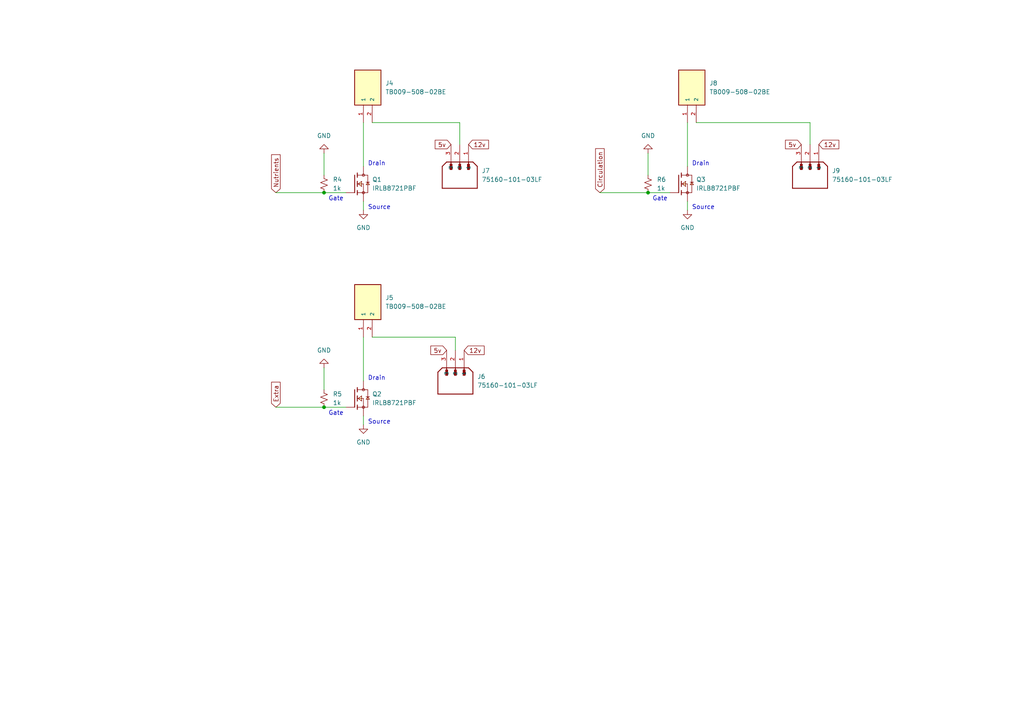
<source format=kicad_sch>
(kicad_sch (version 20211123) (generator eeschema)
  (paper "A4")
  (lib_symbols
    (symbol "75160-101-03LF:75160-101-03LF" (pin_names (offset 1.016))
      (property "Reference" "J" (at 0 6.35 0))
      (property "Value" "75160-101-03LF" (at 0 -7.62 0))
      (symbol "75160-101-03LF_0_0"
        (polyline (pts (xy 0 -3.81) (xy 1.27 -5.08)) (stroke (width 0.254)))
        (polyline (pts (xy 0 -2.54) (xy 1.905 -2.54)) (stroke (width 0.254)))
        (polyline (pts (xy 0 0) (xy 1.905 0)) (stroke (width 0.254)))
        (polyline (pts (xy 0 2.54) (xy 0 -3.81)) (stroke (width 0.254)))
        (polyline (pts (xy 0 2.54) (xy 1.905 2.54)) (stroke (width 0.254)))
        (polyline (pts (xy 0 3.81) (xy 0 2.54)) (stroke (width 0.254)))
        (polyline (pts (xy 0 3.81) (xy 1.27 5.08)) (stroke (width 0.254)))
        (polyline (pts (xy 1.27 -5.08) (xy 7.62 -5.08)) (stroke (width 0.254)))
        (polyline (pts (xy 7.62 -5.08) (xy 7.62 5.08)) (stroke (width 0.254)))
        (polyline (pts (xy 7.62 5.08) (xy 1.27 5.08)) (stroke (width 0.254)))
        (rectangle (start 0.6096 -2.8448) (end 2.2098 -2.2098) (fill (type outline)))
        (rectangle (start 0.6096 -0.3048) (end 2.2098 0.3048) (fill (type outline)))
        (rectangle (start 0.6096 2.2098) (end 2.2098 2.8448) (fill (type outline)))
        (pin passive line (at -5.08 2.54 0) (length 5.08) (name "1") (number "1"))
        (pin passive line (at -5.08 0 0) (length 5.08) (name "2") (number "2"))
        (pin passive line (at -5.08 -2.54 0) (length 5.08) (name "3") (number "3"))
      )
    )
    (symbol "Device:R_Small_US" (pin_numbers hide) (pin_names (offset 0.254) hide)
      (property "Reference" "R" (at 0.762 0.508 0))
      (property "Value" "R_Small_US" (at 0.762 -1.016 0))
      (symbol "R_Small_US_1_1"
        (polyline (pts (xy 0 0) (xy 1.016 -0.381) (xy 0 -0.762) (xy -1.016 -1.143) (xy 0 -1.524)))
        (polyline (pts (xy 0 1.524) (xy 1.016 1.143) (xy 0 0.762) (xy -1.016 0.381) (xy 0 0)))
        (pin passive line (at 0 2.54 270) (length 1.016) (name "~") (number "1"))
        (pin passive line (at 0 -2.54 90) (length 1.016) (name "~") (number "2"))
      )
    )
    (symbol "IRLB8721PBF:IRLB8721PBF" (pin_numbers hide) (pin_names (offset 1.016) hide)
      (property "Reference" "Q" (at -8.89 2.54 0))
      (property "Value" "IRLB8721PBF" (at -8.89 -7.62 0))
      (symbol "IRLB8721PBF_0_0"
        (polyline (pts (xy 0 2.54) (xy 0 -2.54)) (stroke (width 0.254)))
        (polyline (pts (xy 0.762 -2.54) (xy 0.762 -3.175)) (stroke (width 0.254)))
        (polyline (pts (xy 0.762 -1.905) (xy 0.762 -2.54)) (stroke (width 0.254)))
        (polyline (pts (xy 0.762 0) (xy 0.762 -0.762)) (stroke (width 0.254)))
        (polyline (pts (xy 0.762 0) (xy 2.54 0)) (stroke (width 0.1524)))
        (polyline (pts (xy 0.762 0.762) (xy 0.762 0)) (stroke (width 0.254)))
        (polyline (pts (xy 0.762 2.54) (xy 0.762 1.905)) (stroke (width 0.254)))
        (polyline (pts (xy 0.762 2.54) (xy 3.81 2.54)) (stroke (width 0.1524)))
        (polyline (pts (xy 0.762 3.175) (xy 0.762 2.54)) (stroke (width 0.254)))
        (polyline (pts (xy 2.54 -2.54) (xy 0.762 -2.54)) (stroke (width 0.1524)))
        (polyline (pts (xy 2.54 -2.54) (xy 3.81 -2.54)) (stroke (width 0.1524)))
        (polyline (pts (xy 2.54 0) (xy 2.54 -2.54)) (stroke (width 0.1524)))
        (polyline (pts (xy 3.81 0.508) (xy 3.302 0.508)) (stroke (width 0.1524)))
        (polyline (pts (xy 3.81 0.508) (xy 3.81 -2.54)) (stroke (width 0.1524)))
        (polyline (pts (xy 3.81 2.54) (xy 3.81 0.508)) (stroke (width 0.1524)))
        (polyline (pts (xy 4.318 0.508) (xy 3.81 0.508)) (stroke (width 0.1524)))
        (polyline (pts (xy 1.016 0) (xy 2.032 0.762) (xy 2.032 -0.762) (xy 1.016 0)) (stroke (width 0.1524)) (fill (type background)))
        (polyline (pts (xy 3.81 0.508) (xy 3.302 -0.254) (xy 4.318 -0.254) (xy 3.81 0.508)) (stroke (width 0.1524)) (fill (type background)))
        (circle (center 2.54 -2.54) (radius 0.3556))
        (circle (center 2.54 2.54) (radius 0.3556))
        (pin passive line (at -2.54 -2.54 0) (length 2.54) (name "~") (number "1"))
        (pin passive line (at 2.54 5.08 270) (length 2.54) (name "~") (number "2"))
        (pin passive line (at 2.54 -5.08 90) (length 2.54) (name "~") (number "3"))
      )
    )
    (symbol "TB009-508-02BE:TB009-508-02BE" (pin_names (offset 1.016))
      (property "Reference" "J" (at -5.588 5.08 0))
      (property "Value" "TB009-508-02BE" (at -5.08 -5.08 0))
      (symbol "TB009-508-02BE_0_0"
        (rectangle (start -5.08 -2.54) (end 5.08 5.08) (stroke (width 0.254)) (fill (type background)))
        (pin passive line (at -10.16 2.54 0) (length 5.08) (name "1") (number "1"))
        (pin passive line (at -10.16 0 0) (length 5.08) (name "2") (number "2"))
      )
    )
    (symbol "power:GND" (power) (pin_names (offset 0))
      (property "Value" "GND" (at 0 -3.81 0))
      (symbol "GND_0_1"
        (polyline (pts (xy 0 0) (xy 0 -1.27) (xy 1.27 -1.27) (xy 0 -2.54) (xy -1.27 -1.27) (xy 0 -1.27)))
      )
      (symbol "GND_1_1"
        (pin power_in line (at 0 0 270) (length 0) hide (name "GND") (number "1"))
      )
    )
  )
  (junction (at 187.96 55.88))
  (junction (at 93.98 55.88))
  (junction (at 93.98 118.11))
  (wire (pts (xy 199.39 60.96) (xy 199.39 58.42)))
  (wire (pts (xy 93.98 44.45) (xy 93.98 50.8)))
  (wire (pts (xy 234.95 35.56) (xy 234.95 41.91)))
  (wire (pts (xy 132.08 97.79) (xy 132.08 101.6)))
  (wire (pts (xy 201.93 35.56) (xy 234.95 35.56)))
  (wire (pts (xy 105.41 60.96) (xy 105.41 58.42)))
  (wire (pts (xy 199.39 35.56) (xy 199.39 48.26)))
  (wire (pts (xy 93.98 118.11) (xy 100.33 118.11)))
  (wire (pts (xy 93.98 55.88) (xy 100.33 55.88)))
  (wire (pts (xy 187.96 55.88) (xy 194.31 55.88)))
  (wire (pts (xy 80.01 118.11) (xy 93.98 118.11)))
  (wire (pts (xy 187.96 44.45) (xy 187.96 50.8)))
  (wire (pts (xy 107.95 97.79) (xy 132.08 97.79)))
  (wire (pts (xy 105.41 97.79) (xy 105.41 110.49)))
  (wire (pts (xy 80.01 55.88) (xy 93.98 55.88)))
  (wire (pts (xy 93.98 106.68) (xy 93.98 113.03)))
  (wire (pts (xy 173.99 55.88) (xy 187.96 55.88)))
  (wire (pts (xy 105.41 35.56) (xy 105.41 48.26)))
  (wire (pts (xy 133.35 35.56) (xy 133.35 41.91)))
  (wire (pts (xy 107.95 35.56) (xy 133.35 35.56)))
  (wire (pts (xy 105.41 123.19) (xy 105.41 120.65)))
  (text "Source" (at 106.68 60.96 0) (effects (font (size 1.27 1.27)) (justify left bottom)))
  (text "Source" (at 200.66 60.96 0) (effects (font (size 1.27 1.27)) (justify left bottom)))
  (text "Gate" (at 95.25 58.42 0) (effects (font (size 1.27 1.27)) (justify left bottom)))
  (text "Source" (at 106.68 123.19 0) (effects (font (size 1.27 1.27)) (justify left bottom)))
  (text "Drain" (at 106.68 48.26 0) (effects (font (size 1.27 1.27)) (justify left bottom)))
  (text "Drain" (at 106.68 110.49 0) (effects (font (size 1.27 1.27)) (justify left bottom)))
  (text "Gate" (at 189.23 58.42 0) (effects (font (size 1.27 1.27)) (justify left bottom)))
  (text "Gate" (at 95.25 120.65 0) (effects (font (size 1.27 1.27)) (justify left bottom)))
  (text "Drain" (at 200.66 48.26 0) (effects (font (size 1.27 1.27)) (justify left bottom)))
  (global_label "12v" (shape input) (at 134.62 101.6 0) (property "Intersheet References" "${INTERSHEET_REFS}" (effects hide)))
  (global_label "Extra" (shape input) (at 80.01 118.11 90) (property "Intersheet References" "${INTERSHEET_REFS}" (effects hide)))
  (global_label "12v" (shape input) (at 237.49 41.91 0) (property "Intersheet References" "${INTERSHEET_REFS}" (effects hide)))
  (global_label "5v" (shape input) (at 129.54 101.6 180) (property "Intersheet References" "${INTERSHEET_REFS}" (effects hide)))
  (global_label "Circulation" (shape input) (at 173.99 55.88 90) (property "Intersheet References" "${INTERSHEET_REFS}" (effects hide)))
  (global_label "12v" (shape input) (at 135.89 41.91 0) (property "Intersheet References" "${INTERSHEET_REFS}" (effects hide)))
  (global_label "5v" (shape input) (at 130.81 41.91 180) (property "Intersheet References" "${INTERSHEET_REFS}" (effects hide)))
  (global_label "5v" (shape input) (at 232.41 41.91 180) (property "Intersheet References" "${INTERSHEET_REFS}" (effects hide)))
  (global_label "Nutrients" (shape input) (at 80.01 55.88 90) (property "Intersheet References" "${INTERSHEET_REFS}" (effects hide)))
  (symbol (lib_id "TB009-508-02BE:TB009-508-02BE") (at 107.95 25.4 90) (unit 1)
    (property "Reference" "J4" (at 111.76 24.1299 90) (effects (justify right)))
    (property "Value" "TB009-508-02BE" (at 111.76 26.6699 90) (effects (justify right)))
    (property "Footprint" "SnapEDA Library:CUI_TB009-508-02BE" (effects hide))
    (property "STANDARD" "Manufacturer Recommendations" (effects hide))
    (property "MANUFACTURER" "CUI" (effects hide))
  )
  (symbol (lib_id "IRLB8721PBF:IRLB8721PBF") (at 196.85 53.34 0) (unit 1)
    (property "Reference" "Q3" (at 201.93 52.0699 0) (effects (justify left)))
    (property "Value" "IRLB8721PBF" (at 201.93 54.6099 0) (effects (justify left)))
    (property "Footprint" "SnapEDA Library:TO254P1067X483X2057-3" (effects hide))
    (property "PARTREV" "4/22/09" (effects hide))
    (property "MANUFACTURER" "Infineon" (effects hide))
    (property "STANDARD" "IPC-7351B" (effects hide))
    (property "MAXIMUM_PACKAGE_HEIGHT" "20.57mm" (effects hide))
  )
  (symbol (lib_id "power:GND") (at 105.41 123.19 0) (unit 1)
    (property "Reference" "#PWR018" (effects hide))
    (property "Value" "GND" (at 105.41 128.27 0))
  )
  (symbol (lib_id "75160-101-03LF:75160-101-03LF") (at 234.95 46.99 270) (unit 1)
    (property "Reference" "J9" (at 241.3 49.5299 90) (effects (justify left)))
    (property "Value" "75160-101-03LF" (at 241.3 52.0699 90) (effects (justify left)))
    (property "Footprint" "SnapEDA Library:AMPHENOL_75160-101-03LF" (effects hide))
    (property "STANDARD" "Manufacturer Recommendations" (effects hide))
    (property "PARTREV" "BW" (effects hide))
    (property "MANUFACTURER" "Amphenol" (effects hide))
    (property "SNAPEDA_PN" "75160-101-03LF" (effects hide))
    (property "MAXIMUM_PACKAGE_HEIGHT" "8.46 mm" (effects hide))
  )
  (symbol (lib_id "power:GND") (at 93.98 106.68 180) (unit 1)
    (property "Reference" "#PWR016" (effects hide))
    (property "Value" "GND" (at 93.98 101.6 0))
  )
  (symbol (lib_id "power:GND") (at 105.41 60.96 0) (unit 1)
    (property "Reference" "#PWR017" (effects hide))
    (property "Value" "GND" (at 105.41 66.04 0))
  )
  (symbol (lib_id "Device:R_Small_US") (at 187.96 53.34 0) (unit 1)
    (property "Reference" "R6" (at 190.5 52.0699 0) (effects (justify left)))
    (property "Value" "1k" (at 190.5 54.6099 0) (effects (justify left)))
    (property "Footprint" "Resistor_THT:R_Axial_DIN0207_L6.3mm_D2.5mm_P10.16mm_Horizontal" (effects hide))
  )
  (symbol (lib_id "TB009-508-02BE:TB009-508-02BE") (at 201.93 25.4 90) (unit 1)
    (property "Reference" "J8" (at 205.74 24.1299 90) (effects (justify right)))
    (property "Value" "TB009-508-02BE" (at 205.74 26.6699 90) (effects (justify right)))
    (property "Footprint" "SnapEDA Library:CUI_TB009-508-02BE" (effects hide))
    (property "STANDARD" "Manufacturer Recommendations" (effects hide))
    (property "MANUFACTURER" "CUI" (effects hide))
  )
  (symbol (lib_id "IRLB8721PBF:IRLB8721PBF") (at 102.87 53.34 0) (unit 1)
    (property "Reference" "Q1" (at 107.95 52.0699 0) (effects (justify left)))
    (property "Value" "IRLB8721PBF" (at 107.95 54.6099 0) (effects (justify left)))
    (property "Footprint" "SnapEDA Library:TO254P1067X483X2057-3" (effects hide))
    (property "PARTREV" "4/22/09" (effects hide))
    (property "MANUFACTURER" "Infineon" (effects hide))
    (property "STANDARD" "IPC-7351B" (effects hide))
    (property "MAXIMUM_PACKAGE_HEIGHT" "20.57mm" (effects hide))
  )
  (symbol (lib_id "75160-101-03LF:75160-101-03LF") (at 133.35 46.99 270) (unit 1)
    (property "Reference" "J7" (at 139.7 49.5299 90) (effects (justify left)))
    (property "Value" "75160-101-03LF" (at 139.7 52.0699 90) (effects (justify left)))
    (property "Footprint" "SnapEDA Library:AMPHENOL_75160-101-03LF" (effects hide))
    (property "STANDARD" "Manufacturer Recommendations" (effects hide))
    (property "PARTREV" "BW" (effects hide))
    (property "MANUFACTURER" "Amphenol" (effects hide))
    (property "SNAPEDA_PN" "75160-101-03LF" (effects hide))
    (property "MAXIMUM_PACKAGE_HEIGHT" "8.46 mm" (effects hide))
  )
  (symbol (lib_id "IRLB8721PBF:IRLB8721PBF") (at 102.87 115.57 0) (unit 1)
    (property "Reference" "Q2" (at 107.95 114.2999 0) (effects (justify left)))
    (property "Value" "IRLB8721PBF" (at 107.95 116.8399 0) (effects (justify left)))
    (property "Footprint" "SnapEDA Library:TO254P1067X483X2057-3" (effects hide))
    (property "PARTREV" "4/22/09" (effects hide))
    (property "MANUFACTURER" "Infineon" (effects hide))
    (property "STANDARD" "IPC-7351B" (effects hide))
    (property "MAXIMUM_PACKAGE_HEIGHT" "20.57mm" (effects hide))
  )
  (symbol (lib_id "75160-101-03LF:75160-101-03LF") (at 132.08 106.68 270) (unit 1)
    (property "Reference" "J6" (at 138.43 109.2199 90) (effects (justify left)))
    (property "Value" "75160-101-03LF" (at 138.43 111.7599 90) (effects (justify left)))
    (property "Footprint" "SnapEDA Library:AMPHENOL_75160-101-03LF" (effects hide))
    (property "STANDARD" "Manufacturer Recommendations" (effects hide))
    (property "PARTREV" "BW" (effects hide))
    (property "MANUFACTURER" "Amphenol" (effects hide))
    (property "SNAPEDA_PN" "75160-101-03LF" (effects hide))
    (property "MAXIMUM_PACKAGE_HEIGHT" "8.46 mm" (effects hide))
  )
  (symbol (lib_id "Device:R_Small_US") (at 93.98 53.34 0) (unit 1)
    (property "Reference" "R4" (at 96.52 52.0699 0) (effects (justify left)))
    (property "Value" "1k" (at 96.52 54.6099 0) (effects (justify left)))
    (property "Footprint" "Resistor_THT:R_Axial_DIN0207_L6.3mm_D2.5mm_P10.16mm_Horizontal" (effects hide))
  )
  (symbol (lib_id "TB009-508-02BE:TB009-508-02BE") (at 107.95 87.63 90) (unit 1)
    (property "Reference" "J5" (at 111.76 86.3599 90) (effects (justify right)))
    (property "Value" "TB009-508-02BE" (at 111.76 88.8999 90) (effects (justify right)))
    (property "Footprint" "SnapEDA Library:CUI_TB009-508-02BE" (effects hide))
    (property "STANDARD" "Manufacturer Recommendations" (effects hide))
    (property "MANUFACTURER" "CUI" (effects hide))
  )
  (symbol (lib_id "Device:R_Small_US") (at 93.98 115.57 0) (unit 1)
    (property "Reference" "R5" (at 96.52 114.2999 0) (effects (justify left)))
    (property "Value" "1k" (at 96.52 116.8399 0) (effects (justify left)))
    (property "Footprint" "Resistor_THT:R_Axial_DIN0207_L6.3mm_D2.5mm_P10.16mm_Horizontal" (effects hide))
  )
  (symbol (lib_id "power:GND") (at 199.39 60.96 0) (unit 1)
    (property "Reference" "#PWR020" (effects hide))
    (property "Value" "GND" (at 199.39 66.04 0))
  )
  (symbol (lib_id "power:GND") (at 93.98 44.45 180) (unit 1)
    (property "Reference" "#PWR015" (effects hide))
    (property "Value" "GND" (at 93.98 39.37 0))
  )
  (symbol (lib_id "power:GND") (at 187.96 44.45 180) (unit 1)
    (property "Reference" "#PWR019" (effects hide))
    (property "Value" "GND" (at 187.96 39.37 0))
  )
)
</source>
